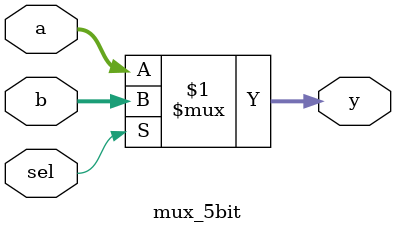
<source format=v>
`timescale 1ns / 1ps

module mux_5bit(
    input wire [4:0] a,     
    input wire [4:0] b,      
    input wire sel,         
    output wire [4:0] y      
);

    assign y = sel ? b : a;

endmodule

</source>
